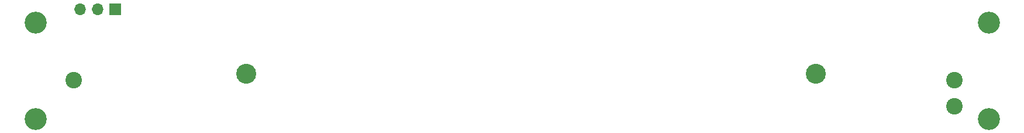
<source format=gbs>
%TF.GenerationSoftware,KiCad,Pcbnew,6.0.4-6f826c9f35~116~ubuntu20.04.1*%
%TF.CreationDate,2022-04-30T10:36:36-06:00*%
%TF.ProjectId,pot-holder,706f742d-686f-46c6-9465-722e6b696361,rev?*%
%TF.SameCoordinates,Original*%
%TF.FileFunction,Soldermask,Bot*%
%TF.FilePolarity,Negative*%
%FSLAX46Y46*%
G04 Gerber Fmt 4.6, Leading zero omitted, Abs format (unit mm)*
G04 Created by KiCad (PCBNEW 6.0.4-6f826c9f35~116~ubuntu20.04.1) date 2022-04-30 10:36:36*
%MOMM*%
%LPD*%
G01*
G04 APERTURE LIST*
%ADD10C,2.400000*%
%ADD11C,2.900000*%
%ADD12R,1.700000X1.700000*%
%ADD13O,1.700000X1.700000*%
%ADD14C,3.200000*%
G04 APERTURE END LIST*
D10*
%TO.C,RV1*%
X194025000Y-65395000D03*
X194025000Y-69195000D03*
X66525000Y-65395000D03*
D11*
X91475000Y-64445000D03*
X173975000Y-64445000D03*
%TD*%
D12*
%TO.C,J1*%
X72525000Y-55000000D03*
D13*
X69985000Y-55000000D03*
X67445000Y-55000000D03*
%TD*%
D14*
%TO.C,H4*%
X199000000Y-57000000D03*
%TD*%
%TO.C,H3*%
X61000000Y-71000000D03*
%TD*%
%TO.C,H2*%
X199000000Y-71000000D03*
%TD*%
%TO.C,H1*%
X61000000Y-57000000D03*
%TD*%
M02*

</source>
